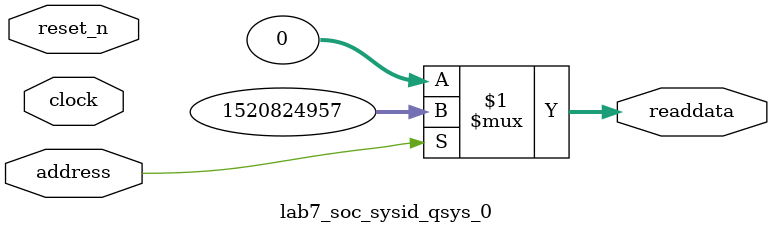
<source format=v>

`timescale 1ns / 1ps
// synthesis translate_on

// turn off superfluous verilog processor warnings 
// altera message_level Level1 
// altera message_off 10034 10035 10036 10037 10230 10240 10030 

module lab7_soc_sysid_qsys_0 (
               // inputs:
                address,
                clock,
                reset_n,

               // outputs:
                readdata
             )
;

  output  [ 31: 0] readdata;
  input            address;
  input            clock;
  input            reset_n;

  wire    [ 31: 0] readdata;
  //control_slave, which is an e_avalon_slave
  assign readdata = address ? 1520824957 : 0;

endmodule




</source>
